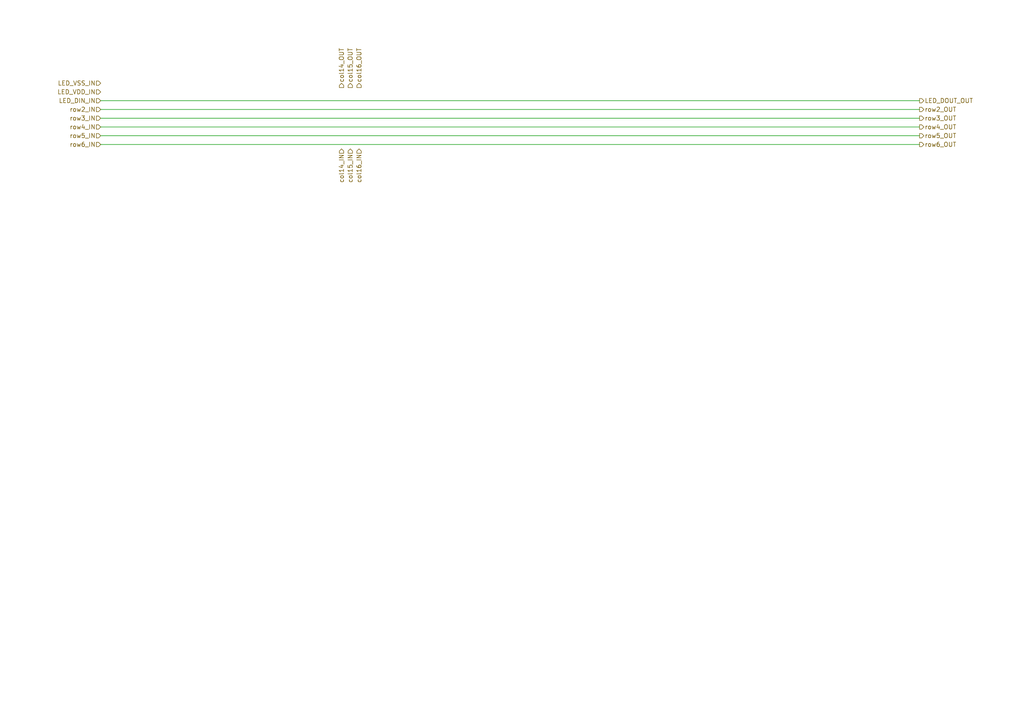
<source format=kicad_sch>
(kicad_sch
	(version 20250114)
	(generator "eeschema")
	(generator_version "9.0")
	(uuid "c0c0e5ab-805e-4f09-a631-6fcd681a6b24")
	(paper "A4")
	(lib_symbols)
	(wire
		(pts
			(xy 29.21 29.21) (xy 266.7 29.21)
		)
		(stroke
			(width 0)
			(type default)
		)
		(uuid "03927afd-44eb-4197-9475-33f42f0b7805")
	)
	(wire
		(pts
			(xy 29.21 39.37) (xy 266.7 39.37)
		)
		(stroke
			(width 0)
			(type default)
		)
		(uuid "237056e6-bd30-41e1-949d-fc95e1ab0bec")
	)
	(wire
		(pts
			(xy 29.21 36.83) (xy 266.7 36.83)
		)
		(stroke
			(width 0)
			(type default)
		)
		(uuid "3704d116-3008-46cd-a15d-560116ba31eb")
	)
	(wire
		(pts
			(xy 29.21 34.29) (xy 266.7 34.29)
		)
		(stroke
			(width 0)
			(type default)
		)
		(uuid "b5eb61bf-dd91-4f97-89f8-43c444294ac2")
	)
	(wire
		(pts
			(xy 266.7 41.91) (xy 29.21 41.91)
		)
		(stroke
			(width 0)
			(type default)
		)
		(uuid "d6f5c435-af1b-4955-a9c4-06394e4700f8")
	)
	(wire
		(pts
			(xy 29.21 31.75) (xy 266.7 31.75)
		)
		(stroke
			(width 0)
			(type default)
		)
		(uuid "f845332a-35a8-4b92-baca-d3d1b4ef6139")
	)
	(hierarchical_label "row5_IN"
		(shape input)
		(at 29.21 39.37 180)
		(effects
			(font
				(size 1.27 1.27)
			)
			(justify right)
		)
		(uuid "065fe914-5e83-4dab-beed-22cf9b0d62e8")
	)
	(hierarchical_label "col14_OUT"
		(shape output)
		(at 99.06 25.4 90)
		(effects
			(font
				(size 1.27 1.27)
			)
			(justify left)
		)
		(uuid "14b9e444-dbaa-4e24-815b-b0c4f5c304e5")
	)
	(hierarchical_label "col14_IN"
		(shape input)
		(at 99.06 43.18 270)
		(effects
			(font
				(size 1.27 1.27)
			)
			(justify right)
		)
		(uuid "24b5384c-e77c-4a97-bd62-946b22445011")
	)
	(hierarchical_label "row3_OUT"
		(shape output)
		(at 266.7 34.29 0)
		(effects
			(font
				(size 1.27 1.27)
			)
			(justify left)
		)
		(uuid "2f045b26-8854-4527-a2be-9a0fc80c6d3c")
	)
	(hierarchical_label "col15_IN"
		(shape input)
		(at 101.6 43.18 270)
		(effects
			(font
				(size 1.27 1.27)
			)
			(justify right)
		)
		(uuid "3ab3deaf-ffc7-46a0-ae18-5bde50610705")
	)
	(hierarchical_label "col16_OUT"
		(shape output)
		(at 104.14 25.4 90)
		(effects
			(font
				(size 1.27 1.27)
			)
			(justify left)
		)
		(uuid "43961303-57cb-460a-9323-e2dd4f8d15cf")
	)
	(hierarchical_label "col15_OUT"
		(shape output)
		(at 101.6 25.4 90)
		(effects
			(font
				(size 1.27 1.27)
			)
			(justify left)
		)
		(uuid "4935a847-eff1-4460-82ca-0820a72b50fb")
	)
	(hierarchical_label "row2_OUT"
		(shape output)
		(at 266.7 31.75 0)
		(effects
			(font
				(size 1.27 1.27)
			)
			(justify left)
		)
		(uuid "4f6c7d50-7042-449e-b598-4bffaa89cc2f")
	)
	(hierarchical_label "LED_DIN_IN"
		(shape input)
		(at 29.21 29.21 180)
		(effects
			(font
				(size 1.27 1.27)
			)
			(justify right)
		)
		(uuid "62354412-e920-4a04-89f8-e0afd1198e07")
	)
	(hierarchical_label "LED_DOUT_OUT"
		(shape output)
		(at 266.7 29.21 0)
		(effects
			(font
				(size 1.27 1.27)
			)
			(justify left)
		)
		(uuid "6477fce0-96fe-44fa-b88d-03cd0cc7f3a7")
	)
	(hierarchical_label "row3_IN"
		(shape input)
		(at 29.21 34.29 180)
		(effects
			(font
				(size 1.27 1.27)
			)
			(justify right)
		)
		(uuid "64d5e65f-ec04-4673-aa6c-d7dbdecad940")
	)
	(hierarchical_label "LED_VSS_IN"
		(shape input)
		(at 29.21 24.13 180)
		(effects
			(font
				(size 1.27 1.27)
			)
			(justify right)
		)
		(uuid "6a9495d0-9525-4ada-baed-026b9de6a4bc")
	)
	(hierarchical_label "LED_VDD_IN"
		(shape input)
		(at 29.21 26.67 180)
		(effects
			(font
				(size 1.27 1.27)
			)
			(justify right)
		)
		(uuid "762ce9b8-d078-4838-b009-efa6e4b53d9d")
	)
	(hierarchical_label "row4_IN"
		(shape input)
		(at 29.21 36.83 180)
		(effects
			(font
				(size 1.27 1.27)
			)
			(justify right)
		)
		(uuid "9da9dc96-ff39-4994-96c7-6b429a779eb6")
	)
	(hierarchical_label "row6_OUT"
		(shape output)
		(at 266.7 41.91 0)
		(effects
			(font
				(size 1.27 1.27)
			)
			(justify left)
		)
		(uuid "a6efd6b7-3493-4495-90b4-6b1ce4b3ad78")
	)
	(hierarchical_label "row2_IN"
		(shape input)
		(at 29.21 31.75 180)
		(effects
			(font
				(size 1.27 1.27)
			)
			(justify right)
		)
		(uuid "c26d8850-0366-4320-a7a0-0264b7efb51f")
	)
	(hierarchical_label "row4_OUT"
		(shape output)
		(at 266.7 36.83 0)
		(effects
			(font
				(size 1.27 1.27)
			)
			(justify left)
		)
		(uuid "ce8d3cef-aca1-4c09-8020-fbdc8b499ad3")
	)
	(hierarchical_label "row6_IN"
		(shape input)
		(at 29.21 41.91 180)
		(effects
			(font
				(size 1.27 1.27)
			)
			(justify right)
		)
		(uuid "d1823df1-d0e9-4967-b811-79074fb518da")
	)
	(hierarchical_label "row5_OUT"
		(shape output)
		(at 266.7 39.37 0)
		(effects
			(font
				(size 1.27 1.27)
			)
			(justify left)
		)
		(uuid "f101632d-82b8-48fb-af22-3b1dc1c5b75c")
	)
	(hierarchical_label "col16_IN"
		(shape input)
		(at 104.14 43.18 270)
		(effects
			(font
				(size 1.27 1.27)
			)
			(justify right)
		)
		(uuid "f2be738e-50d1-4338-ae8b-dc256d2864e3")
	)
)

</source>
